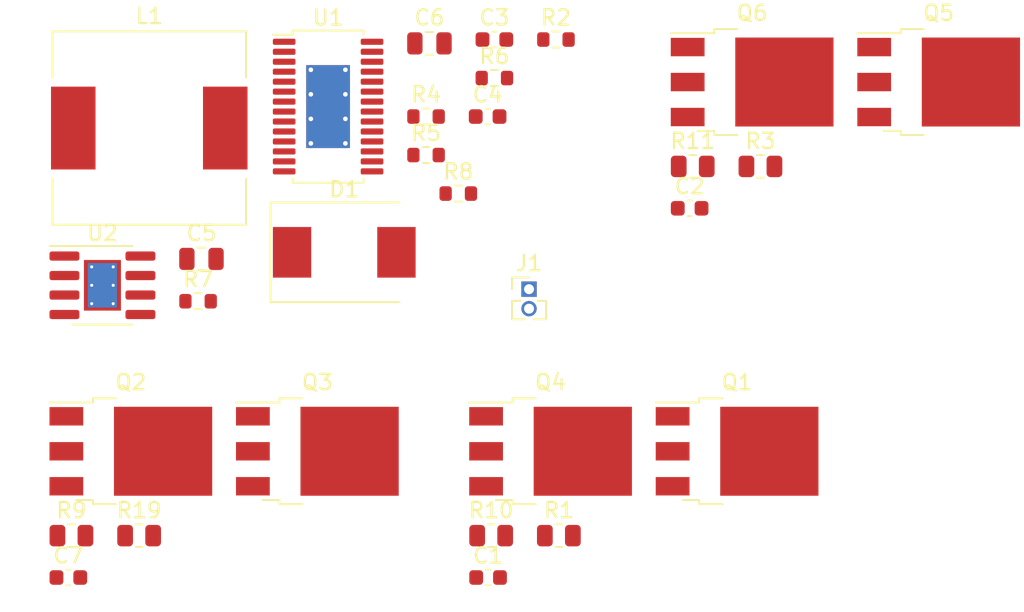
<source format=kicad_pcb>
(kicad_pcb (version 20211014) (generator pcbnew)
  (layers (0 "F.Cu" signal) (31 "B.Cu" signal) (34 "B.Paste" user) (35 "F.Paste" user) (36 "B.SilkS" user "B.Silkscreen") (37 "F.SilkS" user "F.Silkscreen") (38 "B.Mask" user) (39 "F.Mask" user) (44 "Edge.Cuts" user))
  (net 0 "")
  (net 1 "/power stage1/C")
  (net 2 "Net-(C3-Pad2)")
  (net 3 "/5V")
  (net 4 "GND")
  (net 5 "Net-(D1-Pad1)")
  (net 6 "Net-(Q1-Pad1)")
  (net 7 "/power stage1/PH")
  (net 8 "/power stage1/M")
  (net 9 "Net-(Q2-Pad1)")
  (net 10 "/power stage1/PL")
  (net 11 "Net-(Q3-Pad1)")
  (net 12 "/power stage/PH")
  (net 13 "/power stage/M")
  (net 14 "Net-(Q4-Pad1)")
  (net 15 "/power stage/PL")
  (net 16 "Net-(Q5-Pad1)")
  (net 17 "/power stage2/PH")
  (net 18 "/power stage2/M")
  (net 19 "Net-(Q6-Pad1)")
  (net 20 "/power stage2/PL")
  (net 21 "/power stage2/C")
  (net 23 "Net-(C3-Pad1)")
  (net 24 "/VBAT")
  (net 25 "Net-(U1-Pad14)")
  (net 26 "/power stage/C")
  (net 27 "/power stage1/GH")
  (net 28 "Net-(U2-Pad2)")
  (net 29 "/power stage2/GH")
  (net 30 "Net-(R6-Pad1)")
  (net 31 "Net-(U2-Pad6)")
  (net 32 "/power stage/GL")
  (net 33 "/power stage1/GL")
  (net 34 "/power stage2/GL")
  (net 35 "/power stage/GH")
  (footprint "Resistor_SMD:R_0603_1608Metric" (layer "F.Cu") (at 173.32 80.38)
    (fp_text reference "R8" (at 0 -1.43) (layer "F.SilkS"))
    (fp_text value "200k")
    (fp_line (start -0.237258 0.5225) (end 0.237258 0.5225) (layer "F.SilkS") (width 0.12))
    (fp_line (start -0.237258 -0.5225) (end 0.237258 -0.5225) (layer "F.SilkS") (width 0.12))
    (pad "1" smd roundrect (at -0.825 0) (size 0.8 0.95) (layers "F.Cu" "F.Paste" "F.Mask") (net 31 "Net-(U2-Pad6)"))
    (pad "2" smd roundrect (at 0.825 0) (size 0.8 0.95) (layers "F.Cu" "F.Paste" "F.Mask") (net 4 "GND"))
  )
  (footprint "Capacitor_SMD:C_0603_1608Metric" (layer "F.Cu") (at 147.92 105.41)
    (fp_text reference "C7" (at 0 -1.43) (layer "F.SilkS"))
    (fp_text value "220nF 16V")
    (fp_line (start -0.14058 0.51) (end 0.14058 0.51) (layer "F.SilkS") (width 0.12))
    (fp_line (start -0.14058 -0.51) (end 0.14058 -0.51) (layer "F.SilkS") (width 0.12))
    (pad "1" smd roundrect (at -0.775 0) (size 0.9 0.95) (layers "F.Cu" "F.Paste" "F.Mask") (net 13 "/power stage/M"))
    (pad "2" smd roundrect (at 0.775 0) (size 0.9 0.95) (layers "F.Cu" "F.Paste" "F.Mask") (net 26 "/power stage/C"))
  )
  (footprint "Capacitor_SMD:C_0805_2012Metric" (layer "F.Cu") (at 171.44 70.59)
    (fp_text reference "C6" (at 0 -1.68) (layer "F.SilkS"))
    (fp_text value "4.7uF 16V")
    (fp_line (start -0.261252 0.735) (end 0.261252 0.735) (layer "F.SilkS") (width 0.12))
    (fp_line (start -0.261252 -0.735) (end 0.261252 -0.735) (layer "F.SilkS") (width 0.12))
    (pad "1" smd roundrect (at -0.95 0) (size 1 1.45) (layers "F.Cu" "F.Paste" "F.Mask") (net 25 "Net-(U1-Pad14)"))
    (pad "2" smd roundrect (at 0.95 0) (size 1 1.45) (layers "F.Cu" "F.Paste" "F.Mask") (net 4 "GND"))
  )
  (footprint "Package_TO_SOT_SMD:TO-252-3_TabPin2" (layer "F.Cu") (at 204.61 73.11)
    (fp_text reference "Q5" (at 0 -4.5) (layer "F.SilkS"))
    (fp_text value "80V 80A")
    (fp_line (start -0.97 3.45) (end -2.47 3.45) (layer "F.SilkS") (width 0.12))
    (fp_line (start -0.97 -3.45) (end -2.47 -3.45) (layer "F.SilkS") (width 0.12))
    (fp_line (start -2.47 3.45) (end -2.47 3.18) (layer "F.SilkS") (width 0.12))
    (fp_line (start -2.47 3.18) (end -3.57 3.18) (layer "F.SilkS") (width 0.12))
    (fp_line (start -2.47 -3.18) (end -5.3 -3.18) (layer "F.SilkS") (width 0.12))
    (fp_line (start -2.47 -3.45) (end -2.47 -3.18) (layer "F.SilkS") (width 0.12))
    (pad "1" smd rect (at -4.2 -2.28) (size 2.2 1.2) (layers "F.Cu" "F.Paste" "F.Mask") (net 16 "Net-(Q5-Pad1)"))
    (pad "2" smd rect (at 2.1 0) (size 6.4 5.8) (layers "F.Cu" "F.Mask") (net 17 "/power stage2/PH"))
    (pad "2" smd rect (at -4.2 0) (size 2.2 1.2) (layers "F.Cu" "F.Paste" "F.Mask") (net 17 "/power stage2/PH"))
    (pad "3" smd rect (at -4.2 2.28) (size 2.2 1.2) (layers "F.Cu" "F.Paste" "F.Mask") (net 18 "/power stage2/M"))
  )
  (footprint "Resistor_SMD:R_0805_2012Metric" (layer "F.Cu") (at 148.12 102.68)
    (fp_text reference "R9" (at 0 -1.65) (layer "F.SilkS"))
    (fp_text value "10")
    (fp_line (start -0.227064 0.735) (end 0.227064 0.735) (layer "F.SilkS") (width 0.12))
    (fp_line (start -0.227064 -0.735) (end 0.227064 -0.735) (layer "F.SilkS") (width 0.12))
    (pad "1" smd roundrect (at -0.9125 0) (size 1.025 1.4) (layers "F.Cu" "F.Paste" "F.Mask") (roundrect_rratio 0.243902) (net 32 "/power stage/GL"))
    (pad "2" smd roundrect (at 0.9125 0) (size 1.025 1.4) (layers "F.Cu" "F.Paste" "F.Mask") (roundrect_rratio 0.243902) (net 9 "Net-(Q2-Pad1)"))
  )
  (footprint "Capacitor_SMD:C_0603_1608Metric" (layer "F.Cu") (at 175.23 75.36)
    (fp_text reference "C4" (at 0 -1.43) (layer "F.SilkS"))
    (fp_text value "22uF 6.3V")
    (fp_line (start -0.14058 -0.51) (end 0.14058 -0.51) (layer "F.SilkS") (width 0.12))
    (fp_line (start -0.14058 0.51) (end 0.14058 0.51) (layer "F.SilkS") (width 0.12))
    (pad "1" smd roundrect (at -0.775 0) (size 0.9 0.95) (layers "F.Cu" "F.Paste" "F.Mask") (net 3 "/5V"))
    (pad "2" smd roundrect (at 0.775 0) (size 0.9 0.95) (layers "F.Cu" "F.Paste" "F.Mask") (net 4 "GND"))
  )
  (footprint "Inductor_SMD:L_Wuerth_WE-PD-Typ-LS" (layer "F.Cu") (at 153.19 76.11)
    (fp_text reference "L1" (at 0 -7.3) (layer "F.SilkS"))
    (fp_text value "15mH")
    (fp_line (start 6.3 6.3) (end -6.3 6.3) (layer "F.SilkS") (width 0.12))
    (fp_line (start 6.3 -6.3) (end 6.3 -3.3) (layer "F.SilkS") (width 0.12))
    (fp_line (start -6.3 -6.3) (end 6.3 -6.3) (layer "F.SilkS") (width 0.12))
    (fp_line (start -6.3 6.3) (end -6.3 3.3) (layer "F.SilkS") (width 0.12))
    (fp_line (start -6.3 -3.3) (end -6.3 -6.3) (layer "F.SilkS") (width 0.12))
    (fp_line (start 6.3 3.3) (end 6.3 6.3) (layer "F.SilkS") (width 0.12))
    (pad "1" smd rect (at -4.95 0) (size 2.9 5.4) (layers "F.Cu" "F.Paste" "F.Mask") (net 5 "Net-(D1-Pad1)"))
    (pad "2" smd rect (at 4.95 0) (size 2.9 5.4) (layers "F.Cu" "F.Paste" "F.Mask") (net 3 "/5V"))
  )
  (footprint "Resistor_SMD:R_0603_1608Metric" (layer "F.Cu") (at 175.67 72.85)
    (fp_text reference "R6" (at 0 -1.43) (layer "F.SilkS"))
    (fp_text value "40.2k")
    (fp_line (start -0.237258 -0.5225) (end 0.237258 -0.5225) (layer "F.SilkS") (width 0.12))
    (fp_line (start -0.237258 0.5225) (end 0.237258 0.5225) (layer "F.SilkS") (width 0.12))
    (pad "1" smd roundrect (at -0.825 0) (size 0.8 0.95) (layers "F.Cu" "F.Paste" "F.Mask") (net 30 "Net-(R6-Pad1)"))
    (pad "2" smd roundrect (at 0.825 0) (size 0.8 0.95) (layers "F.Cu" "F.Paste" "F.Mask") (net 4 "GND"))
  )
  (footprint "Package_TO_SOT_SMD:TO-252-3_TabPin2" (layer "F.Cu") (at 151.99 97.18)
    (fp_text reference "Q2" (at 0 -4.5) (layer "F.SilkS"))
    (fp_text value "80V 80A")
    (fp_line (start -0.97 3.45) (end -2.47 3.45) (layer "F.SilkS") (width 0.12))
    (fp_line (start -2.47 3.45) (end -2.47 3.18) (layer "F.SilkS") (width 0.12))
    (fp_line (start -2.47 -3.45) (end -2.47 -3.18) (layer "F.SilkS") (width 0.12))
    (fp_line (start -0.97 -3.45) (end -2.47 -3.45) (layer "F.SilkS") (width 0.12))
    (fp_line (start -2.47 3.18) (end -3.57 3.18) (layer "F.SilkS") (width 0.12))
    (fp_line (start -2.47 -3.18) (end -5.3 -3.18) (layer "F.SilkS") (width 0.12))
    (pad "1" smd rect (at -4.2 -2.28) (size 2.2 1.2) (layers "F.Cu" "F.Paste" "F.Mask") (net 9 "Net-(Q2-Pad1)"))
    (pad "2" smd rect (at -4.2 0) (size 2.2 1.2) (layers "F.Cu" "F.Paste" "F.Mask") (net 13 "/power stage/M"))
    (pad "2" smd rect (at 2.1 0) (size 6.4 5.8) (layers "F.Cu" "F.Mask") (net 13 "/power stage/M"))
    (pad "3" smd rect (at -4.2 2.28) (size 2.2 1.2) (layers "F.Cu" "F.Paste" "F.Mask") (net 15 "/power stage/PL"))
  )
  (footprint "Capacitor_SMD:C_0603_1608Metric" (layer "F.Cu") (at 175.67 70.34)
    (fp_text reference "C3" (at 0 -1.43) (layer "F.SilkS"))
    (fp_text value "150p")
    (fp_line (start -0.14058 -0.51) (end 0.14058 -0.51) (layer "F.SilkS") (width 0.12))
    (fp_line (start -0.14058 0.51) (end 0.14058 0.51) (layer "F.SilkS") (width 0.12))
    (pad "1" smd roundrect (at -0.775 0) (size 0.9 0.95) (layers "F.Cu" "F.Paste" "F.Mask") (net 23 "Net-(C3-Pad1)"))
    (pad "2" smd roundrect (at 0.775 0) (size 0.9 0.95) (layers "F.Cu" "F.Paste" "F.Mask") (net 2 "Net-(C3-Pad2)"))
  )
  (footprint "Resistor_SMD:R_0603_1608Metric" (layer "F.Cu") (at 179.68 70.34)
    (fp_text reference "R2" (at 0 -1.43) (layer "F.SilkS"))
    (fp_text value "100k")
    (fp_line (start -0.237258 0.5225) (end 0.237258 0.5225) (layer "F.SilkS") (width 0.12))
    (fp_line (start -0.237258 -0.5225) (end 0.237258 -0.5225) (layer "F.SilkS") (width 0.12))
    (pad "1" smd roundrect (at -0.825 0) (size 0.8 0.95) (layers "F.Cu" "F.Paste" "F.Mask") (net 24 "/VBAT"))
    (pad "2" smd roundrect (at 0.825 0) (size 0.8 0.95) (layers "F.Cu" "F.Paste" "F.Mask") (net 28 "Net-(U2-Pad2)"))
  )
  (footprint "Capacitor_SMD:C_0603_1608Metric" (layer "F.Cu") (at 175.26 105.41)
    (fp_text reference "C1" (at 0 -1.43) (layer "F.SilkS"))
    (fp_text value "220nF 16V")
    (fp_line (start -0.14058 -0.51) (end 0.14058 -0.51) (layer "F.SilkS") (width 0.12))
    (fp_line (start -0.14058 0.51) (end 0.14058 0.51) (layer "F.SilkS") (width 0.12))
    (pad "1" smd roundrect (at -0.775 0) (size 0.9 0.95) (layers "F.Cu" "F.Paste" "F.Mask") (net 8 "/power stage1/M"))
    (pad "2" smd roundrect (at 0.775 0) (size 0.9 0.95) (layers "F.Cu" "F.Paste" "F.Mask") (net 1 "/power stage1/C"))
  )
  (footprint "Resistor_SMD:R_0603_1608Metric" (layer "F.Cu") (at 156.37 87.4)
    (fp_text reference "R7" (at 0 -1.43) (layer "F.SilkS"))
    (fp_text value "210k")
    (fp_line (start -0.237258 -0.5225) (end 0.237258 -0.5225) (layer "F.SilkS") (width 0.12))
    (fp_line (start -0.237258 0.5225) (end 0.237258 0.5225) (layer "F.SilkS") (width 0.12))
    (pad "1" smd roundrect (at -0.825 0) (size 0.8 0.95) (layers "F.Cu" "F.Paste" "F.Mask") (net 30 "Net-(R6-Pad1)"))
    (pad "2" smd roundrect (at 0.825 0) (size 0.8 0.95) (layers "F.Cu" "F.Paste" "F.Mask") (net 3 "/5V"))
  )
  (footprint "Package_SO:SOIC-8-1EP_3.9x4.9mm_P1.27mm_EP2.41x3.3mm_ThermalVias" (layer "F.Cu") (at 150.14 86.36)
    (fp_text reference "U2" (at 0 -3.4) (layer "F.SilkS"))
    (fp_text value "MP2565DN-LF-Z")
    (fp_line (start 0 -2.56) (end -3.45 -2.56) (layer "F.SilkS") (width 0.12))
    (fp_line (start 0 2.56) (end -1.95 2.56) (layer "F.SilkS") (width 0.12))
    (fp_line (start 0 -2.56) (end 1.95 -2.56) (layer "F.SilkS") (width 0.12))
    (fp_line (start 0 2.56) (end 1.95 2.56) (layer "F.SilkS") (width 0.12))
    (pad "1" smd roundrect (at -2.475 -1.905) (size 1.95 0.6) (layers "F.Cu" "F.Paste" "F.Mask") (net 5 "Net-(D1-Pad1)"))
    (pad "2" smd roundrect (at -2.475 -0.635) (size 1.95 0.6) (layers "F.Cu" "F.Paste" "F.Mask") (net 28 "Net-(U2-Pad2)"))
    (pad "3" smd roundrect (at -2.475 0.635) (size 1.95 0.6) (layers "F.Cu" "F.Paste" "F.Mask") (net 23 "Net-(C3-Pad1)"))
    (pad "4" smd roundrect (at -2.475 1.905) (size 1.95 0.6) (layers "F.Cu" "F.Paste" "F.Mask") (net 30 "Net-(R6-Pad1)"))
    (pad "5" smd roundrect (at 2.475 1.905) (size 1.95 0.6) (layers "F.Cu" "F.Paste" "F.Mask") (net 4 "GND"))
    (pad "6" smd roundrect (at 2.475 0.635) (size 1.95 0.6) (layers "F.Cu" "F.Paste" "F.Mask") (net 31 "Net-(U2-Pad6)"))
    (pad "7" smd roundrect (at 2.475 -0.635) (size 1.95 0.6) (layers "F.Cu" "F.Paste" "F.Mask") (net 24 "/VBAT"))
    (pad "8" smd roundrect (at 2.475 -1.905) (size 1.95 0.6) (layers "F.Cu" "F.Paste" "F.Mask"))
    (pad "9" smd rect (at 0 0) (size 1.9 2.9) (layers "B.Cu") (net 4 "GND"))
    (pad "9" smd rect (at 0 0) (size 2.41 3.3) (layers "F.Cu" "F.Mask") (net 4 "GND"))
    (pad "9" thru_hole circle (at 0.7 -1.2) (size 0.5 0.5) (drill 0.2) (layers *.Cu) (net 4 "GND"))
    (pad "9" thru_hole circle (at -0.7 0) (size 0.5 0.5) (drill 0.2) (layers *.Cu) (net 4 "GND"))
    (pad "9" thru_hole circle (at -0.7 1.2) (size 0.5 0.5) (drill 0.2) (layers *.Cu) (net 4 "GND"))
    (pad "9" thru_hole circle (at 0.7 1.2) (size 0.5 0.5) (drill 0.2) (layers *.Cu) (net 4 "GND"))
    (pad "9" thru_hole circle (at -0.7 -1.2) (size 0.5 0.5) (drill 0.2) (layers *.Cu) (net 4 "GND"))
    (pad "9" thru_hole circle (at 0.7 0) (size 0.5 0.5) (drill 0.2) (layers *.Cu) (net 4 "GND"))
  )
  (footprint "Resistor_SMD:R_0805_2012Metric" (layer "F.Cu") (at 175.46 102.68)
    (fp_text reference "R10" (at 0 -1.65) (layer "F.SilkS"))
    (fp_text value "10")
    (fp_line (start -0.227064 0.735) (end 0.227064 0.735) (layer "F.SilkS") (width 0.12))
    (fp_line (start -0.227064 -0.735) (end 0.227064 -0.735) (layer "F.SilkS") (width 0.12))
    (pad "1" smd roundrect (at -0.9125 0) (size 1.025 1.4) (layers "F.Cu" "F.Paste" "F.Mask") (roundrect_rratio 0.243902) (net 33 "/power stage1/GL"))
    (pad "2" smd roundrect (at 0.9125 0) (size 1.025 1.4) (layers "F.Cu" "F.Paste" "F.Mask") (roundrect_rratio 0.243902) (net 14 "Net-(Q4-Pad1)"))
  )
  (footprint "Package_TO_SOT_SMD:TO-252-3_TabPin2" (layer "F.Cu") (at 179.33 97.18)
    (fp_text reference "Q4" (at 0 -4.5) (layer "F.SilkS"))
    (fp_text value "80V 80A")
    (fp_line (start -0.97 -3.45) (end -2.47 -3.45) (layer "F.SilkS") (width 0.12))
    (fp_line (start -2.47 -3.45) (end -2.47 -3.18) (layer "F.SilkS") (width 0.12))
    (fp_line (start -2.47 3.45) (end -2.47 3.18) (layer "F.SilkS") (width 0.12))
    (fp_line (start -0.97 3.45) (end -2.47 3.45) (layer "F.SilkS") (width 0.12))
    (fp_line (start -2.47 3.18) (end -3.57 3.18) (layer "F.SilkS") (width 0.12))
    (fp_line (start -2.47 -3.18) (end -5.3 -3.18) (layer "F.SilkS") (width 0.12))
    (pad "1" smd rect (at -4.2 -2.28) (size 2.2 1.2) (layers "F.Cu" "F.Paste" "F.Mask") (net 14 "Net-(Q4-Pad1)"))
    (pad "2" smd rect (at 2.1 0) (size 6.4 5.8) (layers "F.Cu" "F.Mask") (net 8 "/power stage1/M"))
    (pad "2" smd rect (at -4.2 0) (size 2.2 1.2) (layers "F.Cu" "F.Paste" "F.Mask") (net 8 "/power stage1/M"))
    (pad "3" smd rect (at -4.2 2.28) (size 2.2 1.2) (layers "F.Cu" "F.Paste" "F.Mask") (net 10 "/power stage1/PL"))
  )
  (footprint "Diode_SMD:D_SMC" (layer "F.Cu") (at 165.89 84.21)
    (fp_text reference "D1" (at 0 -4.1) (layer "F.SilkS"))
    (fp_text value "80V 3A")
    (fp_line (start -4.8 3.25) (end -4.8 -3.25) (layer "F.SilkS") (width 0.12))
    (fp_line (start -4.8 -3.25) (end 3.6 -3.25) (layer "F.SilkS") (width 0.12))
    (fp_line (start -4.8 3.25) (end 3.6 3.25) (layer "F.SilkS") (width 0.12))
    (pad "1" smd rect (at -3.4 0 90) (size 3.3 2.5) (layers "F.Cu" "F.Paste" "F.Mask") (net 5 "Net-(D1-Pad1)"))
    (pad "2" smd rect (at 3.4 0 90) (size 3.3 2.5) (layers "F.Cu" "F.Paste" "F.Mask") (net 4 "GND"))
  )
  (footprint "Package_TO_SOT_SMD:TO-252-3_TabPin2" (layer "F.Cu") (at 191.48 97.18)
    (fp_text reference "Q1" (at 0 -4.5) (layer "F.SilkS"))
    (fp_text value "80V 80A")
    (fp_line (start -0.97 3.45) (end -2.47 3.45) (layer "F.SilkS") (width 0.12))
    (fp_line (start -2.47 -3.18) (end -5.3 -3.18) (layer "F.SilkS") (width 0.12))
    (fp_line (start -2.47 3.45) (end -2.47 3.18) (layer "F.SilkS") (width 0.12))
    (fp_line (start -0.97 -3.45) (end -2.47 -3.45) (layer "F.SilkS") (width 0.12))
    (fp_line (start -2.47 -3.45) (end -2.47 -3.18) (layer "F.SilkS") (width 0.12))
    (fp_line (start -2.47 3.18) (end -3.57 3.18) (layer "F.SilkS") (width 0.12))
    (pad "1" smd rect (at -4.2 -2.28) (size 2.2 1.2) (layers "F.Cu" "F.Paste" "F.Mask") (net 6 "Net-(Q1-Pad1)"))
    (pad "2" smd rect (at -4.2 0) (size 2.2 1.2) (layers "F.Cu" "F.Paste" "F.Mask") (net 7 "/power stage1/PH"))
    (pad "2" smd rect (at 2.1 0) (size 6.4 5.8) (layers "F.Cu" "F.Mask") (net 7 "/power stage1/PH"))
    (pad "3" smd rect (at -4.2 2.28) (size 2.2 1.2) (layers "F.Cu" "F.Paste" "F.Mask") (net 8 "/power stage1/M"))
  )
  (footprint "Package_TO_SOT_SMD:TO-252-3_TabPin2" (layer "F.Cu") (at 192.46 73.11)
    (fp_text reference "Q6" (at 0 -4.5) (layer "F.SilkS"))
    (fp_text value "80V 80A")
    (fp_line (start -0.97 3.45) (end -2.47 3.45) (layer "F.SilkS") (width 0.12))
    (fp_line (start -2.47 -3.18) (end -5.3 -3.18) (layer "F.SilkS") (width 0.12))
    (fp_line (start -2.47 3.18) (end -3.57 3.18) (layer "F.SilkS") (width 0.12))
    (fp_line (start -2.47 -3.45) (end -2.47 -3.18) (layer "F.SilkS") (width 0.12))
    (fp_line (start -0.97 -3.45) (end -2.47 -3.45) (layer "F.SilkS") (width 0.12))
    (fp_line (start -2.47 3.45) (end -2.47 3.18) (layer "F.SilkS") (width 0.12))
    (pad "1" smd rect (at -4.2 -2.28) (size 2.2 1.2) (layers "F.Cu" "F.Paste" "F.Mask") (net 19 "Net-(Q6-Pad1)"))
    (pad "2" smd rect (at 2.1 0) (size 6.4 5.8) (layers "F.Cu" "F.Mask") (net 18 "/power stage2/M"))
    (pad "2" smd rect (at -4.2 0) (size 2.2 1.2) (layers "F.Cu" "F.Paste" "F.Mask") (net 18 "/power stage2/M"))
    (pad "3" smd rect (at -4.2 2.28) (size 2.2 1.2) (layers "F.Cu" "F.Paste" "F.Mask") (net 20 "/power stage2/PL"))
  )
  (footprint "Capacitor_SMD:C_0603_1608Metric" (layer "F.Cu") (at 188.39 81.34)
    (fp_text reference "C2" (at 0 -1.43) (layer "F.SilkS"))
    (fp_text value "220nF 16V")
    (fp_line (start -0.14058 0.51) (end 0.14058 0.51) (layer "F.SilkS") (width 0.12))
    (fp_line (start -0.14058 -0.51) (end 0.14058 -0.51) (layer "F.SilkS") (width 0.12))
    (pad "1" smd roundrect (at -0.775 0) (size 0.9 0.95) (layers "F.Cu" "F.Paste" "F.Mask") (net 18 "/power stage2/M"))
    (pad "2" smd roundrect (at 0.775 0) (size 0.9 0.95) (layers "F.Cu" "F.Paste" "F.Mask") (net 21 "/power stage2/C"))
  )
  (footprint "Resistor_SMD:R_0805_2012Metric" (layer "F.Cu") (at 188.59 78.61)
    (fp_text reference "R11" (at 0 -1.65) (layer "F.SilkS"))
    (fp_text value "10")
    (fp_line (start -0.227064 0.735) (end 0.227064 0.735) (layer "F.SilkS") (width 0.12))
    (fp_line (start -0.227064 -0.735) (end 0.227064 -0.735) (layer "F.SilkS") (width 0.12))
    (pad "1" smd roundrect (at -0.9125 0) (size 1.025 1.4) (layers "F.Cu" "F.Paste" "F.Mask") (roundrect_rratio 0.243902) (net 34 "/power stage2/GL"))
    (pad "2" smd roundrect (at 0.9125 0) (size 1.025 1.4) (layers "F.Cu" "F.Paste" "F.Mask") (roundrect_rratio 0.243902) (net 19 "Net-(Q6-Pad1)"))
  )
  (footprint "Capacitor_SMD:C_0805_2012Metric" (layer "F.Cu") (at 156.59 84.64)
    (fp_text reference "C5" (at 0 -1.68) (layer "F.SilkS"))
    (fp_text value "10uF 50V")
    (fp_line (start -0.261252 0.735) (end 0.261252 0.735) (layer "F.SilkS") (width 0.12))
    (fp_line (start -0.261252 -0.735) (end 0.261252 -0.735) (layer "F.SilkS") (width 0.12))
    (pad "1" smd roundrect (at -0.95 0) (size 1 1.45) (layers "F.Cu" "F.Paste" "F.Mask") (net 24 "/VBAT"))
    (pad "2" smd roundrect (at 0.95 0) (size 1 1.45) (layers "F.Cu" "F.Paste" "F.Mask") (net 4 "GND"))
  )
  (footprint "Resistor_SMD:R_0603_1608Metric" (layer "F.Cu") (at 171.22 75.36)
    (fp_text reference "R4" (at 0 -1.43) (layer "F.SilkS"))
    (fp_text value "17.4k")
    (fp_line (start -0.237258 -0.5225) (end 0.237258 -0.5225) (layer "F.SilkS") (width 0.12))
    (fp_line (start -0.237258 0.5225) (end 0.237258 0.5225) (layer "F.SilkS") (width 0.12))
    (pad "1" smd roundrect (at -0.825 0) (size 0.8 0.95) (layers "F.Cu" "F.Paste" "F.Mask") (net 28 "Net-(U2-Pad2)"))
    (pad "2" smd roundrect (at 0.825 0) (size 0.8 0.95) (layers "F.Cu" "F.Paste" "F.Mask") (net 4 "GND"))
  )
  (footprint "Package_SO:HTSSOP-28-1EP_4.4x9.7mm_P0.65mm_EP2.85x5.4mm_ThermalVias" (layer "F.Cu") (at 164.84 74.71)
    (fp_text reference "U1" (at 0 -5.8) (layer "F.SilkS"))
    (fp_text value "A4915_LP")
    (fp_line (start -2.31 4.96) (end -2.31 4.685) (layer "F.SilkS") (width 0.12))
    (fp_line (start 0 4.96) (end -2.31 4.96) (layer "F.SilkS") (width 0.12))
    (fp_line (start -2.31 -4.96) (end -2.31 -4.685) (layer "F.SilkS") (width 0.12))
    (fp_line (start 2.31 -4.96) (end 2.31 -4.685) (layer "F.SilkS") (width 0.12))
    (fp_line (start 0 -4.96) (end -2.31 -4.96) (layer "F.SilkS") (width 0.12))
    (fp_line (start 2.31 4.96) (end 2.31 4.685) (layer "F.SilkS") (width 0.12))
    (fp_line (start 0 -4.96) (end 2.31 -4.96) (layer "F.SilkS") (width 0.12))
    (fp_line (start 0 4.96) (end 2.31 4.96) (layer "F.SilkS") (width 0.12))
    (fp_line (start -2.31 -4.685) (end -3.6 -4.685) (layer "F.SilkS") (width 0.12))
    (pad "1" smd roundrect (at -2.8625 -4.225) (size 1.475 0.4) (layers "F.Cu" "F.Paste" "F.Mask"))
    (pad "2" smd roundrect (at -2.8625 -3.575) (size 1.475 0.4) (layers "F.Cu" "F.Paste" "F.Mask") (net 32 "/power stage/GL"))
    (pad "3" smd roundrect (at -2.8625 -2.925) (size 1.475 0.4) (layers "F.Cu" "F.Paste" "F.Mask") (net 35 "/power stage/GH"))
    (pad "4" smd roundrect (at -2.8625 -2.275) (size 1.475 0.4) (layers "F.Cu" "F.Paste" "F.Mask") (net 13 "/power stage/M"))
    (pad "5" smd roundrect (at -2.8625 -1.625) (size 1.475 0.4) (layers "F.Cu" "F.Paste" "F.Mask") (net 26 "/power stage/C"))
    (pad "6" smd roundrect (at -2.8625 -0.975) (size 1.475 0.4) (layers "F.Cu" "F.Paste" "F.Mask") (net 34 "/power stage2/GL"))
    (pad "7" smd roundrect (at -2.8625 -0.325) (size 1.475 0.4) (layers "F.Cu" "F.Paste" "F.Mask") (net 29 "/power stage2/GH"))
    (pad "8" smd roundrect (at -2.8625 0.325) (size 1.475 0.4) (layers "F.Cu" "F.Paste" "F.Mask") (net 18 "/power stage2/M"))
    (pad "9" smd roundrect (at -2.8625 0.975) (size 1.475 0.4) (layers "F.Cu" "F.Paste" "F.Mask") (net 21 "/power stage2/C"))
    (pad "10" smd roundrect (at -2.8625 1.625) (size 1.475 0.4) (layers "F.Cu" "F.Paste" "F.Mask") (net 33 "/power stage1/GL"))
    (pad "11" smd roundrect (at -2.8625 2.275) (size 1.475 0.4) (layers "F.Cu" "F.Paste" "F.Mask") (net 27 "/power stage1/GH"))
    (pad "12" smd roundrect (at -2.8625 2.925) (size 1.475 0.4) (layers "F.Cu" "F.Paste" "F.Mask") (net 8 "/power stage1/M"))
    (pad "13" smd roundrect (at -2.8625 3.575) (size 1.475 0.4) (layers "F.Cu" "F.Paste" "F.Mask") (net 1 "/power stage1/C"))
    (pad "14" smd roundrect (at -2.8625 4.225) (size 1.475 0.4) (layers "F.Cu" "F.Paste" "F.Mask") (net 25 "Net-(U1-Pad14)"))
    (pad "15" smd roundrect (at 2.8625 4.225) (size 1.475 0.4) (layers "F.Cu" "F.Paste" "F.Mask"))
    (pad "16" smd roundrect (at 2.8625 3.575) (size 1.475 0.4) (layers "F.Cu" "F.Paste" "F.Mask"))
    (pad "17" smd roundrect (at 2.8625 2.925) (size 1.475 0.4) (layers "F.Cu" "F.Paste" "F.Mask") (net 4 "GND"))
    (pad "18" smd roundrect (at 2.8625 2.275) (size 1.475 0.4) (layers "F.Cu" "F.Paste" "F.Mask"))
    (pad "19" smd roundrect (at 2.8625 1.625) (size 1.475 0.4) (layers "F.Cu" "F.Paste" "F.Mask"))
    (pad "20" smd roundrect (at 2.8625 0.975) (size 1.475 0.4) (layers "F.Cu" "F.Paste" "F.Mask"))
    (pad "21" smd roundrect (at 2.8625 0.325) (size 1.475 0.4) (layers "F.Cu" "F.Paste" "F.Mask"))
    (pad "22" smd roundrect (at 2.8625 -0.325) (size 1.475 0.4) (layers "F.Cu" "F.Paste" "F.Mask"))
    (pad "23" smd roundrect (at 2.8625 -0.975) (size 1.475 0.4) (layers "F.Cu" "F.Paste" "F.Mask"))
    (pad "24" smd roundrect (at 2.8625 -1.625) (size 1.475 0.4) (layers "F.Cu" "F.Paste" "F.Mask"))
    (pad "25" smd roundrect (at 2.8625 -2.275) (size 1.475 0.4) (layers "F.Cu" "F.Paste" "F.Mask"))
    (pad "26" smd roundrect (at 2.8625 -2.925) (size 1.475 0.4) (layers "F.Cu" "F.Paste" "F.Mask"))
    (pad "27" smd roundrect (at 2.8625 -3.575) (size 1.475 0.4) (layers "F.Cu" "F.Paste" "F.Mask"))
    (pad "28" smd roundrect (at 2.8625 -4.225) (size 1.475 0.4) (layers "F.Cu" "F.Paste" "F.Mask"))
    (pad "29" thru_hole circle (at -1.125 0.8) (size 0.6 0.6) (drill 0.3) (layers *.Cu) (net 4 "GND"))
    (pad "29" thru_hole circle (at -1.125 -0.8) (size 0.6 0.6) (drill 0.3) (layers *.Cu) (net 4 "GND"))
    (pad "29" smd rect (at 0 0) (size 2.85 5.4) (layers "F.Cu" "F.Mask") (net 4 "GND"))
    (pad "29" thru_hole circle (at 1.125 0.8) (size 0.6 0.6) (drill 0.3) (layers *.Cu) (net 4 "GND"))
    (pad "29" thru_hole circle (at 1.125 2.4) (size 0.6 0.6) (drill 0.3) (layers *.Cu) (net 4 "GND"))
    (pad "29" thru_hole circle (at -1.125 -2.4) (size 0.6 0.6) (drill 0.3) (layers *.Cu) (net 4 "GND"))
    (pad "29" thru_hole circle (at -1.125 2.4) (size 0.6 0.6) (drill 0.3) (layers *.Cu) (net 4 "GND"))
    (pad "29" thru_hole circle (at 1.125 -2.4) (size 0.6 0.6) (drill 0.3) (layers *.Cu) (net 4 "GND"))
    (pad "29" smd rect (at 0 0) (size 2.85 5.4) (layers "B.Cu") (net 4 "GND"))
    (pad "29" thru_hole circle (at 1.125 -0.8) (size 0.6 0.6) (drill 0.3) (layers *.Cu) (net 4 "GND"))
  )
  (footprint "Resistor_SMD:R_0805_2012Metric" (layer "F.Cu") (at 179.87 102.68)
    (fp_text reference "R1" (at 0 -1.65) (layer "F.SilkS"))
    (fp_text value "10")
    (fp_line (start -0.227064 0.735) (end 0.227064 0.735) (layer "F.SilkS") (width 0.12))
    (fp_line (start -0.227064 -0.735) (end 0.227064 -0.735) (layer "F.SilkS") (width 0.12))
    (pad "1" smd roundrect (at -0.9125 0) (size 1.025 1.4) (layers "F.Cu" "F.Paste" "F.Mask") (roundrect_rratio 0.243902) (net 27 "/power stage1/GH"))
    (pad "2" smd roundrect (at 0.9125 0) (size 1.025 1.4) (layers "F.Cu" "F.Paste" "F.Mask") (roundrect_rratio 0.243902) (net 6 "Net-(Q1-Pad1)"))
  )
  (footprint "Package_TO_SOT_SMD:TO-252-3_TabPin2" (layer "F.Cu") (at 164.14 97.18)
    (fp_text reference "Q3" (at 0 -4.5) (layer "F.SilkS"))
    (fp_text value "80V 80A")
    (fp_line (start -0.97 3.45) (end -2.47 3.45) (layer "F.SilkS") (width 0.12))
    (fp_line (start -2.47 3.18) (end -3.57 3.18) (layer "F.SilkS") (width 0.12))
    (fp_line (start -0.97 -3.45) (end -2.47 -3.45) (layer "F.SilkS") (width 0.12))
    (fp_line (start -2.47 -3.45) (end -2.47 -3.18) (layer "F.SilkS") (width 0.12))
    (fp_line (start -2.47 3.45) (end -2.47 3.18) (layer "F.SilkS") (width 0.12))
    (fp_line (start -2.47 -3.18) (end -5.3 -3.18) (layer "F.SilkS") (width 0.12))
    (pad "1" smd rect (at -4.2 -2.28) (size 2.2 1.2) (layers "F.Cu" "F.Paste" "F.Mask") (net 11 "Net-(Q3-Pad1)"))
    (pad "2" smd rect (at -4.2 0) (size 2.2 1.2) (layers "F.Cu" "F.Paste" "F.Mask") (net 12 "/power stage/PH"))
    (pad "2" smd rect (at 2.1 0) (size 6.4 5.8) (layers "F.Cu" "F.Mask") (net 12 "/power stage/PH"))
    (pad "3" smd rect (at -4.2 2.28) (size 2.2 1.2) (layers "F.Cu" "F.Paste" "F.Mask") (net 13 "/power stage/M"))
  )
  (footprint "Resistor_SMD:R_0805_2012Metric" (layer "F.Cu") (at 193 78.61)
    (fp_text reference "R3" (at 0 -1.65) (layer "F.SilkS"))
    (fp_text value "10")
    (fp_line (start -0.227064 -0.735) (end 0.227064 -0.735) (layer "F.SilkS") (width 0.12))
    (fp_line (start -0.227064 0.735) (end 0.227064 0.735) (layer "F.SilkS") (width 0.12))
    (pad "1" smd roundrect (at -0.9125 0) (size 1.025 1.4) (layers "F.Cu" "F.Paste" "F.Mask") (roundrect_rratio 0.243902) (net 29 "/power stage2/GH"))
    (pad "2" smd roundrect (at 0.9125 0) (size 1.025 1.4) (layers "F.Cu" "F.Paste" "F.Mask") (roundrect_rratio 0.243902) (net 16 "Net-(Q5-Pad1)"))
  )
  (footprint "Resistor_SMD:R_0805_2012Metric" (layer "F.Cu") (at 152.53 102.68)
    (fp_text reference "R19" (at 0 -1.65) (layer "F.SilkS"))
    (fp_text value "10")
    (fp_line (start -0.227064 0.735) (end 0.227064 0.735) (layer "F.SilkS") (width 0.12))
    (fp_line (start -0.227064 -0.735) (end 0.227064 -0.735) (layer "F.SilkS") (width 0.12))
    (pad "1" smd roundrect (at -0.9125 0) (size 1.025 1.4) (layers "F.Cu" "F.Paste" "F.Mask") (roundrect_rratio 0.243902) (net 35 "/power stage/GH"))
    (pad "2" smd roundrect (at 0.9125 0) (size 1.025 1.4) (layers "F.Cu" "F.Paste" "F.Mask") (roundrect_rratio 0.243902) (net 11 "Net-(Q3-Pad1)"))
  )
  (footprint "Connector_PinHeader_1.27mm:PinHeader_1x02_P1.27mm_Vertical" (layer "F.Cu") (at 177.927 86.614)
    (fp_text reference "J1" (at 0 -1.695) (layer "F.SilkS"))
    (fp_text value "Conn_01x02_Male")
    (fp_line (start 0.563471 0.76) (end 1.11 0.76) (layer "F.SilkS") (width 0.12))
    (fp_line (start -1.11 -0.76) (end 0 -0.76) (layer "F.SilkS") (width 0.12))
    (fp_line (start 0.30753 1.965) (end 1.11 1.965) (layer "F.SilkS") (width 0.12))
    (fp_line (start -1.11 1.965) (end -0.30753 1.965) (layer "F.SilkS") (width 0.12))
    (fp_line (start -1.11 0) (end -1.11 -0.76) (layer "F.SilkS") (width 0.12))
    (fp_line (start -1.11 0.76) (end -0.563471 0.76) (layer "F.SilkS") (width 0.12))
    (fp_line (start 1.11 0.76) (end 1.11 1.965) (layer "F.SilkS") (width 0.12))
    (fp_line (start -1.11 0.76) (end -1.11 1.965) (layer "F.SilkS") (width 0.12))
    (pad "1" thru_hole rect (at 0 0) (size 1 1) (drill 0.65) (layers *.Cu *.Mask) (net 28 "Net-(U2-Pad2)"))
    (pad "2" thru_hole oval (at 0 1.27) (size 1 1) (drill 0.65) (layers *.Cu *.Mask) (net 4 "GND"))
  )
  (footprint "Resistor_SMD:R_0603_1608Metric" (layer "F.Cu") (at 171.22 77.87)
    (fp_text reference "R5" (at 0 -1.43) (layer "F.SilkS"))
    (fp_text value "100k")
    (fp_line (start -0.237258 -0.5225) (end 0.237258 -0.5225) (layer "F.SilkS") (width 0.12))
    (fp_line (start -0.237258 0.5225) (end 0.237258 0.5225) (layer "F.SilkS") (width 0.12))
    (pad "1" smd roundrect (at -0.825 0) (size 0.8 0.95) (layers "F.Cu" "F.Paste" "F.Mask") (net 2 "Net-(C3-Pad2)"))
    (pad "2" smd roundrect (at 0.825 0) (size 0.8 0.95) (layers "F.Cu" "F.Paste" "F.Mask") (net 4 "GND"))
  )
)
</source>
